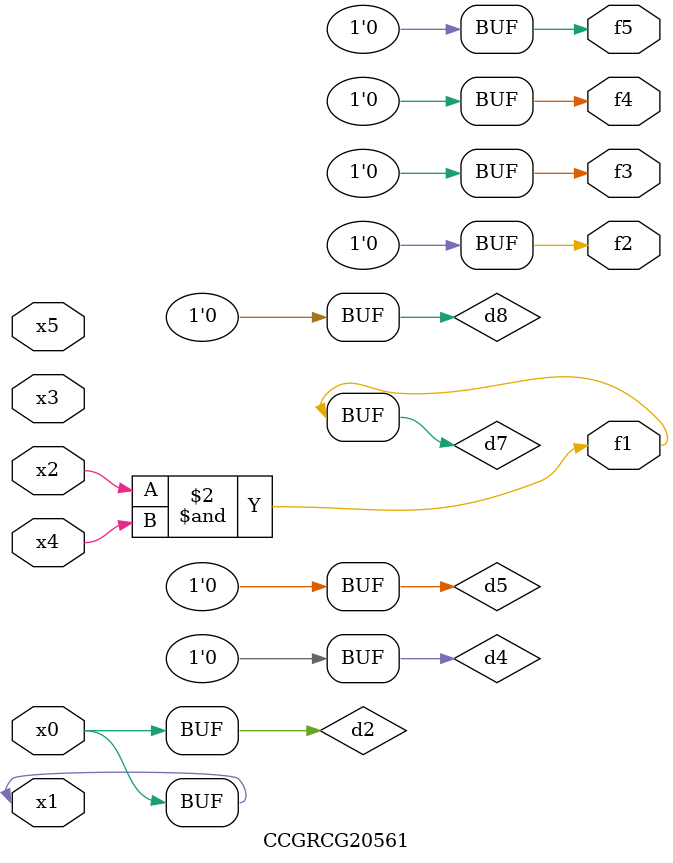
<source format=v>
module CCGRCG20561(
	input x0, x1, x2, x3, x4, x5,
	output f1, f2, f3, f4, f5
);

	wire d1, d2, d3, d4, d5, d6, d7, d8, d9;

	nand (d1, x1);
	buf (d2, x0, x1);
	nand (d3, x2, x4);
	and (d4, d1, d2);
	and (d5, d1, d2);
	nand (d6, d1, d3);
	not (d7, d3);
	xor (d8, d5);
	nor (d9, d5, d6);
	assign f1 = d7;
	assign f2 = d8;
	assign f3 = d8;
	assign f4 = d8;
	assign f5 = d8;
endmodule

</source>
